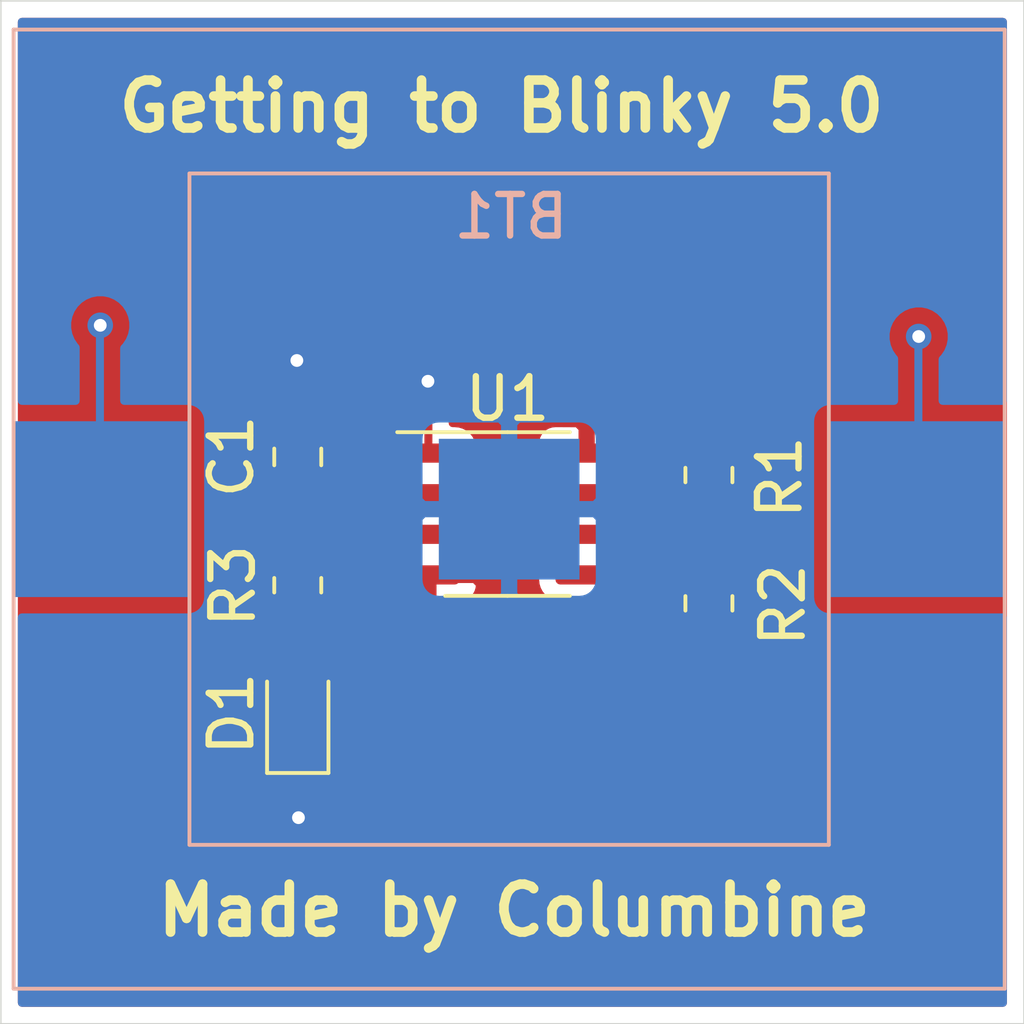
<source format=kicad_pcb>
(kicad_pcb (version 20171130) (host pcbnew "(5.1.10)-1")

  (general
    (thickness 1.6)
    (drawings 6)
    (tracks 42)
    (zones 0)
    (modules 7)
    (nets 8)
  )

  (page A4)
  (layers
    (0 F.Cu signal hide)
    (31 B.Cu signal hide)
    (32 B.Adhes user)
    (33 F.Adhes user)
    (34 B.Paste user)
    (35 F.Paste user)
    (36 B.SilkS user)
    (37 F.SilkS user)
    (38 B.Mask user)
    (39 F.Mask user)
    (40 Dwgs.User user)
    (41 Cmts.User user)
    (42 Eco1.User user)
    (43 Eco2.User user)
    (44 Edge.Cuts user)
    (45 Margin user)
    (46 B.CrtYd user)
    (47 F.CrtYd user)
    (48 B.Fab user)
    (49 F.Fab user)
  )

  (setup
    (last_trace_width 0.25)
    (trace_clearance 0.2)
    (zone_clearance 0.508)
    (zone_45_only no)
    (trace_min 0.2)
    (via_size 0.8)
    (via_drill 0.4)
    (via_min_size 0.4)
    (via_min_drill 0.3)
    (uvia_size 0.3)
    (uvia_drill 0.1)
    (uvias_allowed no)
    (uvia_min_size 0.2)
    (uvia_min_drill 0.1)
    (edge_width 0.05)
    (segment_width 0.2)
    (pcb_text_width 0.3)
    (pcb_text_size 1.5 1.5)
    (mod_edge_width 0.12)
    (mod_text_size 1.3 1.3)
    (mod_text_width 0.2)
    (pad_size 1.524 1.524)
    (pad_drill 0.762)
    (pad_to_mask_clearance 0)
    (aux_axis_origin 0 0)
    (visible_elements 7FFFFFFF)
    (pcbplotparams
      (layerselection 0x010fc_ffffffff)
      (usegerberextensions false)
      (usegerberattributes true)
      (usegerberadvancedattributes true)
      (creategerberjobfile true)
      (excludeedgelayer true)
      (linewidth 0.100000)
      (plotframeref false)
      (viasonmask false)
      (mode 1)
      (useauxorigin false)
      (hpglpennumber 1)
      (hpglpenspeed 20)
      (hpglpendiameter 15.000000)
      (psnegative false)
      (psa4output false)
      (plotreference true)
      (plotvalue true)
      (plotinvisibletext false)
      (padsonsilk false)
      (subtractmaskfromsilk false)
      (outputformat 1)
      (mirror false)
      (drillshape 1)
      (scaleselection 1)
      (outputdirectory ""))
  )

  (net 0 "")
  (net 1 GND)
  (net 2 "Net-(D1-Pad2)")
  (net 3 "Net-(R3-Pad1)")
  (net 4 "Net-(U1-Pad5)")
  (net 5 /VDD)
  (net 6 /THR)
  (net 7 /DIS)

  (net_class Default "This is the default net class."
    (clearance 0.2)
    (trace_width 0.25)
    (via_dia 0.8)
    (via_drill 0.4)
    (uvia_dia 0.3)
    (uvia_drill 0.1)
    (add_net /DIS)
    (add_net /THR)
    (add_net /VDD)
    (add_net GND)
    (add_net "Net-(D1-Pad2)")
    (add_net "Net-(R3-Pad1)")
    (add_net "Net-(U1-Pad5)")
  )

  (module Package_SO:SOIC-8_3.9x4.9mm_P1.27mm (layer F.Cu) (tedit 5D9F72B1) (tstamp 6108D9D7)
    (at 148.5392 95.4024)
    (descr "SOIC, 8 Pin (JEDEC MS-012AA, https://www.analog.com/media/en/package-pcb-resources/package/pkg_pdf/soic_narrow-r/r_8.pdf), generated with kicad-footprint-generator ipc_gullwing_generator.py")
    (tags "SOIC SO")
    (path /6104BC2C)
    (attr smd)
    (fp_text reference U1 (at 0 -3.6024) (layer F.SilkS)
      (effects (font (size 1.3 1.3) (thickness 0.2)))
    )
    (fp_text value 7555 (at 0 3.4) (layer F.Fab) hide
      (effects (font (size 1 1) (thickness 0.15)))
    )
    (fp_line (start 0 2.56) (end 1.95 2.56) (layer F.SilkS) (width 0.12))
    (fp_line (start 0 2.56) (end -1.95 2.56) (layer F.SilkS) (width 0.12))
    (fp_line (start 0 -2.56) (end 1.95 -2.56) (layer F.SilkS) (width 0.12))
    (fp_line (start 0 -2.56) (end -3.45 -2.56) (layer F.SilkS) (width 0.12))
    (fp_line (start -0.975 -2.45) (end 1.95 -2.45) (layer F.Fab) (width 0.1))
    (fp_line (start 1.95 -2.45) (end 1.95 2.45) (layer F.Fab) (width 0.1))
    (fp_line (start 1.95 2.45) (end -1.95 2.45) (layer F.Fab) (width 0.1))
    (fp_line (start -1.95 2.45) (end -1.95 -1.475) (layer F.Fab) (width 0.1))
    (fp_line (start -1.95 -1.475) (end -0.975 -2.45) (layer F.Fab) (width 0.1))
    (fp_line (start -3.7 -2.7) (end -3.7 2.7) (layer F.CrtYd) (width 0.05))
    (fp_line (start -3.7 2.7) (end 3.7 2.7) (layer F.CrtYd) (width 0.05))
    (fp_line (start 3.7 2.7) (end 3.7 -2.7) (layer F.CrtYd) (width 0.05))
    (fp_line (start 3.7 -2.7) (end -3.7 -2.7) (layer F.CrtYd) (width 0.05))
    (fp_text user %R (at 0 0) (layer F.Fab) hide
      (effects (font (size 1 1) (thickness 0.15)))
    )
    (pad 8 smd roundrect (at 2.475 -1.905) (size 1.95 0.6) (layers F.Cu F.Paste F.Mask) (roundrect_rratio 0.25)
      (net 5 /VDD))
    (pad 7 smd roundrect (at 2.475 -0.635) (size 1.95 0.6) (layers F.Cu F.Paste F.Mask) (roundrect_rratio 0.25)
      (net 7 /DIS))
    (pad 6 smd roundrect (at 2.475 0.635) (size 1.95 0.6) (layers F.Cu F.Paste F.Mask) (roundrect_rratio 0.25)
      (net 6 /THR))
    (pad 5 smd roundrect (at 2.475 1.905) (size 1.95 0.6) (layers F.Cu F.Paste F.Mask) (roundrect_rratio 0.25)
      (net 4 "Net-(U1-Pad5)"))
    (pad 4 smd roundrect (at -2.475 1.905) (size 1.95 0.6) (layers F.Cu F.Paste F.Mask) (roundrect_rratio 0.25)
      (net 5 /VDD))
    (pad 3 smd roundrect (at -2.475 0.635) (size 1.95 0.6) (layers F.Cu F.Paste F.Mask) (roundrect_rratio 0.25)
      (net 3 "Net-(R3-Pad1)"))
    (pad 2 smd roundrect (at -2.475 -0.635) (size 1.95 0.6) (layers F.Cu F.Paste F.Mask) (roundrect_rratio 0.25)
      (net 6 /THR))
    (pad 1 smd roundrect (at -2.475 -1.905) (size 1.95 0.6) (layers F.Cu F.Paste F.Mask) (roundrect_rratio 0.25)
      (net 1 GND))
    (model ${KISYS3DMOD}/Package_SO.3dshapes/SOIC-8_3.9x4.9mm_P1.27mm.wrl
      (at (xyz 0 0 0))
      (scale (xyz 1 1 1))
      (rotate (xyz 0 0 0))
    )
  )

  (module Resistor_SMD:R_0805_2012Metric_Pad1.20x1.40mm_HandSolder (layer F.Cu) (tedit 5F68FEEE) (tstamp 6108D9BD)
    (at 141.978 97.6296 270)
    (descr "Resistor SMD 0805 (2012 Metric), square (rectangular) end terminal, IPC_7351 nominal with elongated pad for handsoldering. (Body size source: IPC-SM-782 page 72, https://www.pcb-3d.com/wordpress/wp-content/uploads/ipc-sm-782a_amendment_1_and_2.pdf), generated with kicad-footprint-generator")
    (tags "resistor handsolder")
    (path /6104DEDA)
    (attr smd)
    (fp_text reference R3 (at 0.0204 2.028 90) (layer F.SilkS)
      (effects (font (size 1.3 1.3) (thickness 0.2)))
    )
    (fp_text value 1K (at -0.0296 -1.822 90) (layer F.Fab) hide
      (effects (font (size 1 1) (thickness 0.15)))
    )
    (fp_line (start 1.85 0.95) (end -1.85 0.95) (layer F.CrtYd) (width 0.05))
    (fp_line (start 1.85 -0.95) (end 1.85 0.95) (layer F.CrtYd) (width 0.05))
    (fp_line (start -1.85 -0.95) (end 1.85 -0.95) (layer F.CrtYd) (width 0.05))
    (fp_line (start -1.85 0.95) (end -1.85 -0.95) (layer F.CrtYd) (width 0.05))
    (fp_line (start -0.227064 0.735) (end 0.227064 0.735) (layer F.SilkS) (width 0.12))
    (fp_line (start -0.227064 -0.735) (end 0.227064 -0.735) (layer F.SilkS) (width 0.12))
    (fp_line (start 1 0.625) (end -1 0.625) (layer F.Fab) (width 0.1))
    (fp_line (start 1 -0.625) (end 1 0.625) (layer F.Fab) (width 0.1))
    (fp_line (start -1 -0.625) (end 1 -0.625) (layer F.Fab) (width 0.1))
    (fp_line (start -1 0.625) (end -1 -0.625) (layer F.Fab) (width 0.1))
    (fp_text user %R (at 0 0 90) (layer F.Fab) hide
      (effects (font (size 1 1) (thickness 0.15)))
    )
    (pad 1 smd roundrect (at -1 0 270) (size 1.2 1.4) (layers F.Cu F.Paste F.Mask) (roundrect_rratio 0.208333)
      (net 3 "Net-(R3-Pad1)"))
    (pad 2 smd roundrect (at 1 0 270) (size 1.2 1.4) (layers F.Cu F.Paste F.Mask) (roundrect_rratio 0.208333)
      (net 2 "Net-(D1-Pad2)"))
    (model ${KISYS3DMOD}/Resistor_SMD.3dshapes/R_0805_2012Metric.wrl
      (at (xyz 0 0 0))
      (scale (xyz 1 1 1))
      (rotate (xyz 0 0 0))
    )
  )

  (module Resistor_SMD:R_0805_2012Metric_Pad1.20x1.40mm_HandSolder (layer F.Cu) (tedit 5F68FEEE) (tstamp 6114AA62)
    (at 154.8384 98.1964 270)
    (descr "Resistor SMD 0805 (2012 Metric), square (rectangular) end terminal, IPC_7351 nominal with elongated pad for handsoldering. (Body size source: IPC-SM-782 page 72, https://www.pcb-3d.com/wordpress/wp-content/uploads/ipc-sm-782a_amendment_1_and_2.pdf), generated with kicad-footprint-generator")
    (tags "resistor handsolder")
    (path /6104DAD0)
    (attr smd)
    (fp_text reference R2 (at 0.0536 -2.3116 90) (layer F.SilkS)
      (effects (font (size 1.3 1.3) (thickness 0.2)))
    )
    (fp_text value 470K (at 0 1.65 90) (layer F.Fab) hide
      (effects (font (size 1 1) (thickness 0.15)))
    )
    (fp_line (start -1 0.625) (end -1 -0.625) (layer F.Fab) (width 0.1))
    (fp_line (start -1 -0.625) (end 1 -0.625) (layer F.Fab) (width 0.1))
    (fp_line (start 1 -0.625) (end 1 0.625) (layer F.Fab) (width 0.1))
    (fp_line (start 1 0.625) (end -1 0.625) (layer F.Fab) (width 0.1))
    (fp_line (start -0.227064 -0.735) (end 0.227064 -0.735) (layer F.SilkS) (width 0.12))
    (fp_line (start -0.227064 0.735) (end 0.227064 0.735) (layer F.SilkS) (width 0.12))
    (fp_line (start -1.85 0.95) (end -1.85 -0.95) (layer F.CrtYd) (width 0.05))
    (fp_line (start -1.85 -0.95) (end 1.85 -0.95) (layer F.CrtYd) (width 0.05))
    (fp_line (start 1.85 -0.95) (end 1.85 0.95) (layer F.CrtYd) (width 0.05))
    (fp_line (start 1.85 0.95) (end -1.85 0.95) (layer F.CrtYd) (width 0.05))
    (fp_text user %R (at 0 0 90) (layer F.Fab) hide
      (effects (font (size 1 1) (thickness 0.15)))
    )
    (pad 2 smd roundrect (at 1 0 270) (size 1.2 1.4) (layers F.Cu F.Paste F.Mask) (roundrect_rratio 0.208333)
      (net 6 /THR))
    (pad 1 smd roundrect (at -1 0 270) (size 1.2 1.4) (layers F.Cu F.Paste F.Mask) (roundrect_rratio 0.208333)
      (net 7 /DIS))
    (model ${KISYS3DMOD}/Resistor_SMD.3dshapes/R_0805_2012Metric.wrl
      (at (xyz 0 0 0))
      (scale (xyz 1 1 1))
      (rotate (xyz 0 0 0))
    )
  )

  (module Resistor_SMD:R_0805_2012Metric_Pad1.20x1.40mm_HandSolder (layer F.Cu) (tedit 5F68FEEE) (tstamp 6108D99B)
    (at 154.8384 94.1832 270)
    (descr "Resistor SMD 0805 (2012 Metric), square (rectangular) end terminal, IPC_7351 nominal with elongated pad for handsoldering. (Body size source: IPC-SM-782 page 72, https://www.pcb-3d.com/wordpress/wp-content/uploads/ipc-sm-782a_amendment_1_and_2.pdf), generated with kicad-footprint-generator")
    (tags "resistor handsolder")
    (path /6104D71F)
    (attr smd)
    (fp_text reference R1 (at 0.0668 -2.2116 90) (layer F.SilkS)
      (effects (font (size 1.3 1.3) (thickness 0.2)))
    )
    (fp_text value 1K (at 0 1.65 90) (layer F.Fab) hide
      (effects (font (size 1 1) (thickness 0.15)))
    )
    (fp_line (start -1 0.625) (end -1 -0.625) (layer F.Fab) (width 0.1))
    (fp_line (start -1 -0.625) (end 1 -0.625) (layer F.Fab) (width 0.1))
    (fp_line (start 1 -0.625) (end 1 0.625) (layer F.Fab) (width 0.1))
    (fp_line (start 1 0.625) (end -1 0.625) (layer F.Fab) (width 0.1))
    (fp_line (start -0.227064 -0.735) (end 0.227064 -0.735) (layer F.SilkS) (width 0.12))
    (fp_line (start -0.227064 0.735) (end 0.227064 0.735) (layer F.SilkS) (width 0.12))
    (fp_line (start -1.85 0.95) (end -1.85 -0.95) (layer F.CrtYd) (width 0.05))
    (fp_line (start -1.85 -0.95) (end 1.85 -0.95) (layer F.CrtYd) (width 0.05))
    (fp_line (start 1.85 -0.95) (end 1.85 0.95) (layer F.CrtYd) (width 0.05))
    (fp_line (start 1.85 0.95) (end -1.85 0.95) (layer F.CrtYd) (width 0.05))
    (fp_text user %R (at 0 -0.0508 90) (layer F.Fab) hide
      (effects (font (size 1 1) (thickness 0.15)))
    )
    (pad 2 smd roundrect (at 1 0 270) (size 1.2 1.4) (layers F.Cu F.Paste F.Mask) (roundrect_rratio 0.208333)
      (net 7 /DIS))
    (pad 1 smd roundrect (at -1 0 270) (size 1.2 1.4) (layers F.Cu F.Paste F.Mask) (roundrect_rratio 0.208333)
      (net 5 /VDD))
    (model ${KISYS3DMOD}/Resistor_SMD.3dshapes/R_0805_2012Metric.wrl
      (at (xyz 0 0 0))
      (scale (xyz 1 1 1))
      (rotate (xyz 0 0 0))
    )
  )

  (module LED_SMD:LED_0805_2012Metric_Pad1.15x1.40mm_HandSolder (layer F.Cu) (tedit 5F68FEF1) (tstamp 6108D98A)
    (at 141.978 101.6428 90)
    (descr "LED SMD 0805 (2012 Metric), square (rectangular) end terminal, IPC_7351 nominal, (Body size source: https://docs.google.com/spreadsheets/d/1BsfQQcO9C6DZCsRaXUlFlo91Tg2WpOkGARC1WS5S8t0/edit?usp=sharing), generated with kicad-footprint-generator")
    (tags "LED handsolder")
    (path /6104EB19)
    (attr smd)
    (fp_text reference D1 (at -0.0072 -2.078 90) (layer F.SilkS)
      (effects (font (size 1.3 1.3) (thickness 0.2)))
    )
    (fp_text value LED (at -0.0072 1.872 90) (layer F.Fab) hide
      (effects (font (size 1 1) (thickness 0.15)))
    )
    (fp_line (start 1 -0.6) (end -0.7 -0.6) (layer F.Fab) (width 0.1))
    (fp_line (start -0.7 -0.6) (end -1 -0.3) (layer F.Fab) (width 0.1))
    (fp_line (start -1 -0.3) (end -1 0.6) (layer F.Fab) (width 0.1))
    (fp_line (start -1 0.6) (end 1 0.6) (layer F.Fab) (width 0.1))
    (fp_line (start 1 0.6) (end 1 -0.6) (layer F.Fab) (width 0.1))
    (fp_line (start 1 -0.96) (end -1.86 -0.96) (layer F.SilkS) (width 0.12))
    (fp_line (start -1.86 -0.96) (end -1.86 0.96) (layer F.SilkS) (width 0.12))
    (fp_line (start -1.86 0.96) (end 1 0.96) (layer F.SilkS) (width 0.12))
    (fp_line (start -1.85 0.95) (end -1.85 -0.95) (layer F.CrtYd) (width 0.05))
    (fp_line (start -1.85 -0.95) (end 1.85 -0.95) (layer F.CrtYd) (width 0.05))
    (fp_line (start 1.85 -0.95) (end 1.85 0.95) (layer F.CrtYd) (width 0.05))
    (fp_line (start 1.85 0.95) (end -1.85 0.95) (layer F.CrtYd) (width 0.05))
    (fp_text user %R (at 0 0 90) (layer F.Fab) hide
      (effects (font (size 1 1) (thickness 0.15)))
    )
    (pad 2 smd roundrect (at 1.025 0 90) (size 1.15 1.4) (layers F.Cu F.Paste F.Mask) (roundrect_rratio 0.217391)
      (net 2 "Net-(D1-Pad2)"))
    (pad 1 smd roundrect (at -1.025 0 90) (size 1.15 1.4) (layers F.Cu F.Paste F.Mask) (roundrect_rratio 0.217391)
      (net 1 GND))
    (model ${KISYS3DMOD}/LED_SMD.3dshapes/LED_0805_2012Metric.wrl
      (at (xyz 0 0 0))
      (scale (xyz 1 1 1))
      (rotate (xyz 0 0 0))
    )
  )

  (module Capacitor_SMD:C_0805_2012Metric_Pad1.18x1.45mm_HandSolder (layer F.Cu) (tedit 5F68FEEF) (tstamp 6108D977)
    (at 141.978 93.6164 90)
    (descr "Capacitor SMD 0805 (2012 Metric), square (rectangular) end terminal, IPC_7351 nominal with elongated pad for handsoldering. (Body size source: IPC-SM-782 page 76, https://www.pcb-3d.com/wordpress/wp-content/uploads/ipc-sm-782a_amendment_1_and_2.pdf, https://docs.google.com/spreadsheets/d/1BsfQQcO9C6DZCsRaXUlFlo91Tg2WpOkGARC1WS5S8t0/edit?usp=sharing), generated with kicad-footprint-generator")
    (tags "capacitor handsolder")
    (path /6104E3AA)
    (attr smd)
    (fp_text reference C1 (at 0.0164 -2.078 90) (layer F.SilkS)
      (effects (font (size 1.3 1.3) (thickness 0.2)))
    )
    (fp_text value 1U (at 0.0164 1.772 90) (layer F.Fab) hide
      (effects (font (size 1 1) (thickness 0.15)))
    )
    (fp_line (start -1 0.625) (end -1 -0.625) (layer F.Fab) (width 0.1))
    (fp_line (start -1 -0.625) (end 1 -0.625) (layer F.Fab) (width 0.1))
    (fp_line (start 1 -0.625) (end 1 0.625) (layer F.Fab) (width 0.1))
    (fp_line (start 1 0.625) (end -1 0.625) (layer F.Fab) (width 0.1))
    (fp_line (start -0.261252 -0.735) (end 0.261252 -0.735) (layer F.SilkS) (width 0.12))
    (fp_line (start -0.261252 0.735) (end 0.261252 0.735) (layer F.SilkS) (width 0.12))
    (fp_line (start -1.88 0.98) (end -1.88 -0.98) (layer F.CrtYd) (width 0.05))
    (fp_line (start -1.88 -0.98) (end 1.88 -0.98) (layer F.CrtYd) (width 0.05))
    (fp_line (start 1.88 -0.98) (end 1.88 0.98) (layer F.CrtYd) (width 0.05))
    (fp_line (start 1.88 0.98) (end -1.88 0.98) (layer F.CrtYd) (width 0.05))
    (fp_text user %R (at 0.0508 -0.0508 90) (layer F.Fab) hide
      (effects (font (size 1 1) (thickness 0.15)))
    )
    (pad 2 smd roundrect (at 1.0375 0 90) (size 1.175 1.45) (layers F.Cu F.Paste F.Mask) (roundrect_rratio 0.212766)
      (net 1 GND))
    (pad 1 smd roundrect (at -1.0375 0 90) (size 1.175 1.45) (layers F.Cu F.Paste F.Mask) (roundrect_rratio 0.212766)
      (net 6 /THR))
    (model ${KISYS3DMOD}/Capacitor_SMD.3dshapes/C_0805_2012Metric.wrl
      (at (xyz 0 0 0))
      (scale (xyz 1 1 1))
      (rotate (xyz 0 0 0))
    )
  )

  (module test:S8215-46R (layer B.Cu) (tedit 6108BDA2) (tstamp 6108D966)
    (at 148.59 95.25)
    (path /6104F73D)
    (fp_text reference BT1 (at 0.06 -9.15) (layer B.SilkS)
      (effects (font (size 1.3 1.3) (thickness 0.2)) (justify mirror))
    )
    (fp_text value CR2932 (at -0.3175 4.0386) (layer B.Fab) hide
      (effects (font (size 1 1) (thickness 0.15)) (justify mirror))
    )
    (fp_line (start -10 10.5) (end 10 10.5) (layer B.SilkS) (width 0.12))
    (fp_line (start 10 10.5) (end 10 -10.5) (layer B.SilkS) (width 0.12))
    (fp_line (start 10 -10.5) (end -10 -10.5) (layer B.SilkS) (width 0.12))
    (fp_line (start -10 -10.5) (end -10 10.5) (layer B.SilkS) (width 0.12))
    (fp_line (start -15.5 15) (end 15.5 15) (layer B.SilkS) (width 0.12))
    (fp_line (start 15.5 15) (end 15.5 -15) (layer B.SilkS) (width 0.12))
    (fp_line (start 15.5 -15) (end -15.5 -15) (layer B.SilkS) (width 0.12))
    (fp_line (start -15.5 -15) (end -15.5 15) (layer B.SilkS) (width 0.12))
    (pad 1 smd rect (at 12.8 0) (size 5.5 5.5) (layers B.Cu B.Paste B.Mask)
      (net 5 /VDD))
    (pad 2 smd rect (at 0 0) (size 4.4 4.4) (layers B.Cu B.Paste B.Mask)
      (net 1 GND))
    (pad 1 smd rect (at -12.8 0) (size 5.5 5.5) (layers B.Cu B.Paste B.Mask)
      (net 5 /VDD))
  )

  (gr_text "Made by Columbine" (at 148.75 107.8) (layer F.SilkS)
    (effects (font (size 1.5 1.5) (thickness 0.3)))
  )
  (gr_text "Getting to Blinky 5.0" (at 148.35 82.65) (layer F.SilkS)
    (effects (font (size 1.5 1.5) (thickness 0.3)))
  )
  (gr_line (start 132.6896 79.3496) (end 164.6896 79.3496) (layer Edge.Cuts) (width 0.05) (tstamp 6114A976))
  (gr_line (start 164.6936 79.3496) (end 164.6936 111.3496) (layer Edge.Cuts) (width 0.05) (tstamp 6114A96B))
  (gr_line (start 132.6896 111.3496) (end 164.6896 111.3496) (layer Edge.Cuts) (width 0.05))
  (gr_line (start 132.6896 79.3496) (end 132.6896 111.3496) (layer Edge.Cuts) (width 0.05))

  (segment (start 148.35 91.85) (end 148.35 91.25) (width 0.25) (layer F.Cu) (net 5))
  (via (at 142 104.9) (size 0.8) (drill 0.4) (layers F.Cu B.Cu) (net 1))
  (segment (start 141.978 104.878) (end 142 104.9) (width 0.25) (layer F.Cu) (net 1))
  (segment (start 141.978 102.6678) (end 141.978 104.878) (width 0.25) (layer F.Cu) (net 1))
  (via (at 141.95 90.6) (size 0.8) (drill 0.4) (layers F.Cu B.Cu) (net 1))
  (segment (start 141.978 90.628) (end 141.95 90.6) (width 0.25) (layer F.Cu) (net 1))
  (segment (start 141.978 92.5789) (end 141.978 90.628) (width 0.25) (layer F.Cu) (net 1))
  (via (at 146.05 91.25) (size 0.8) (drill 0.4) (layers F.Cu B.Cu) (net 1))
  (segment (start 146.0642 91.2642) (end 146.05 91.25) (width 0.25) (layer F.Cu) (net 1))
  (segment (start 146.0642 93.4974) (end 146.0642 91.2642) (width 0.25) (layer F.Cu) (net 1))
  (segment (start 141.978 98.6296) (end 141.978 100.6178) (width 0.25) (layer F.Cu) (net 2))
  (segment (start 141.978 96.6296) (end 143.7704 96.6296) (width 0.25) (layer F.Cu) (net 3))
  (segment (start 144.3626 96.0374) (end 146.0642 96.0374) (width 0.25) (layer F.Cu) (net 3))
  (segment (start 143.7704 96.6296) (end 144.3626 96.0374) (width 0.25) (layer F.Cu) (net 3))
  (segment (start 151.0142 93.4974) (end 152.9026 93.4974) (width 0.25) (layer F.Cu) (net 5))
  (segment (start 153.2168 93.1832) (end 154.8384 93.1832) (width 0.25) (layer F.Cu) (net 5))
  (segment (start 152.9026 93.4974) (end 153.2168 93.1832) (width 0.25) (layer F.Cu) (net 5))
  (via (at 135.8 89.5) (size 0.8) (drill 0.4) (layers F.Cu B.Cu) (net 5))
  (segment (start 135.79 89.51) (end 135.8 89.5) (width 0.25) (layer B.Cu) (net 5))
  (segment (start 135.79 95.25) (end 135.79 89.51) (width 0.25) (layer B.Cu) (net 5))
  (via (at 161.4 89.85) (size 0.8) (drill 0.4) (layers F.Cu B.Cu) (net 5))
  (segment (start 161.39 89.86) (end 161.4 89.85) (width 0.25) (layer B.Cu) (net 5))
  (segment (start 161.39 95.25) (end 161.39 89.86) (width 0.25) (layer B.Cu) (net 5))
  (segment (start 141.978 94.6539) (end 143.8539 94.6539) (width 0.25) (layer F.Cu) (net 6))
  (segment (start 143.8539 94.6539) (end 143.9674 94.7674) (width 0.25) (layer F.Cu) (net 6))
  (segment (start 151.0142 96.0374) (end 151.9892 96.0374) (width 0.25) (layer F.Cu) (net 6))
  (segment (start 154.8348 99.2) (end 154.8384 99.1964) (width 0.25) (layer F.Cu) (net 6))
  (segment (start 144.1674 94.7674) (end 144.2 94.8) (width 0.25) (layer F.Cu) (net 6))
  (segment (start 143.9674 94.7674) (end 144.1674 94.7674) (width 0.25) (layer F.Cu) (net 6))
  (segment (start 144.1674 94.7674) (end 146.0642 94.7674) (width 0.25) (layer F.Cu) (net 6))
  (segment (start 148.3092 96.0374) (end 151.0142 96.0374) (width 0.25) (layer F.Cu) (net 6))
  (segment (start 147.0392 94.7674) (end 148.3092 96.0374) (width 0.25) (layer F.Cu) (net 6))
  (segment (start 146.0642 94.7674) (end 147.0392 94.7674) (width 0.25) (layer F.Cu) (net 6))
  (segment (start 151.0142 96.0374) (end 152.5874 96.0374) (width 0.25) (layer F.Cu) (net 6))
  (segment (start 152.5874 96.0374) (end 153.05 96.5) (width 0.25) (layer F.Cu) (net 6))
  (segment (start 153.05 96.5) (end 153.05 98.35) (width 0.25) (layer F.Cu) (net 6))
  (segment (start 153.8964 99.1964) (end 154.8384 99.1964) (width 0.25) (layer F.Cu) (net 6))
  (segment (start 153.05 98.35) (end 153.8964 99.1964) (width 0.25) (layer F.Cu) (net 6))
  (segment (start 151.0142 94.7674) (end 152.8674 94.7674) (width 0.25) (layer F.Cu) (net 7))
  (segment (start 153.2832 95.1832) (end 154.8384 95.1832) (width 0.25) (layer F.Cu) (net 7))
  (segment (start 152.8674 94.7674) (end 153.2832 95.1832) (width 0.25) (layer F.Cu) (net 7))
  (segment (start 154.8384 95.1832) (end 154.8384 97.1964) (width 0.25) (layer F.Cu) (net 7))

  (zone (net 5) (net_name /VDD) (layer F.Cu) (tstamp 0) (hatch edge 0.508)
    (connect_pads (clearance 0.508))
    (min_thickness 0.254)
    (fill yes (arc_segments 32) (thermal_gap 0.508) (thermal_bridge_width 0.508))
    (polygon
      (pts
        (xy 164.75 111.4) (xy 132.6 111.4) (xy 132.7 79.35) (xy 164.75 79.3)
      )
    )
    (filled_polygon
      (pts
        (xy 164.033601 110.6896) (xy 133.3496 110.6896) (xy 133.3496 92.2414) (xy 140.614928 92.2414) (xy 140.614928 92.9164)
        (xy 140.631992 93.089654) (xy 140.682528 93.25625) (xy 140.764595 93.409786) (xy 140.875038 93.544362) (xy 140.962817 93.6164)
        (xy 140.875038 93.688438) (xy 140.764595 93.823014) (xy 140.682528 93.97655) (xy 140.631992 94.143146) (xy 140.614928 94.3164)
        (xy 140.614928 94.9914) (xy 140.631992 95.164654) (xy 140.682528 95.33125) (xy 140.764595 95.484786) (xy 140.875038 95.619362)
        (xy 140.907202 95.645758) (xy 140.900038 95.651638) (xy 140.789595 95.786213) (xy 140.707528 95.939749) (xy 140.656992 96.106345)
        (xy 140.639928 96.279599) (xy 140.639928 96.979601) (xy 140.656992 97.152855) (xy 140.707528 97.319451) (xy 140.789595 97.472987)
        (xy 140.900038 97.607562) (xy 140.926891 97.6296) (xy 140.900038 97.651638) (xy 140.789595 97.786213) (xy 140.707528 97.939749)
        (xy 140.656992 98.106345) (xy 140.639928 98.279599) (xy 140.639928 98.979601) (xy 140.656992 99.152855) (xy 140.707528 99.319451)
        (xy 140.789595 99.472987) (xy 140.900038 99.607562) (xy 140.934933 99.6362) (xy 140.900038 99.664838) (xy 140.789595 99.799413)
        (xy 140.707528 99.952949) (xy 140.656992 100.119545) (xy 140.639928 100.292799) (xy 140.639928 100.942801) (xy 140.656992 101.116055)
        (xy 140.707528 101.282651) (xy 140.789595 101.436187) (xy 140.900038 101.570762) (xy 140.987816 101.6428) (xy 140.900038 101.714838)
        (xy 140.789595 101.849413) (xy 140.707528 102.002949) (xy 140.656992 102.169545) (xy 140.639928 102.342799) (xy 140.639928 102.992801)
        (xy 140.656992 103.166055) (xy 140.707528 103.332651) (xy 140.789595 103.486187) (xy 140.900038 103.620762) (xy 141.034613 103.731205)
        (xy 141.188149 103.813272) (xy 141.218001 103.822327) (xy 141.218001 104.218288) (xy 141.196063 104.240226) (xy 141.082795 104.409744)
        (xy 141.004774 104.598102) (xy 140.965 104.798061) (xy 140.965 105.001939) (xy 141.004774 105.201898) (xy 141.082795 105.390256)
        (xy 141.196063 105.559774) (xy 141.340226 105.703937) (xy 141.509744 105.817205) (xy 141.698102 105.895226) (xy 141.898061 105.935)
        (xy 142.101939 105.935) (xy 142.301898 105.895226) (xy 142.490256 105.817205) (xy 142.659774 105.703937) (xy 142.803937 105.559774)
        (xy 142.917205 105.390256) (xy 142.995226 105.201898) (xy 143.035 105.001939) (xy 143.035 104.798061) (xy 142.995226 104.598102)
        (xy 142.917205 104.409744) (xy 142.803937 104.240226) (xy 142.738 104.174289) (xy 142.738 103.822327) (xy 142.767851 103.813272)
        (xy 142.921387 103.731205) (xy 143.055962 103.620762) (xy 143.166405 103.486187) (xy 143.248472 103.332651) (xy 143.299008 103.166055)
        (xy 143.316072 102.992801) (xy 143.316072 102.342799) (xy 143.299008 102.169545) (xy 143.248472 102.002949) (xy 143.166405 101.849413)
        (xy 143.055962 101.714838) (xy 142.968184 101.6428) (xy 143.055962 101.570762) (xy 143.166405 101.436187) (xy 143.248472 101.282651)
        (xy 143.299008 101.116055) (xy 143.316072 100.942801) (xy 143.316072 100.292799) (xy 143.299008 100.119545) (xy 143.248472 99.952949)
        (xy 143.166405 99.799413) (xy 143.055962 99.664838) (xy 143.021067 99.6362) (xy 143.055962 99.607562) (xy 143.166405 99.472987)
        (xy 143.248472 99.319451) (xy 143.299008 99.152855) (xy 143.316072 98.979601) (xy 143.316072 98.279599) (xy 143.299008 98.106345)
        (xy 143.248472 97.939749) (xy 143.166405 97.786213) (xy 143.055962 97.651638) (xy 143.029109 97.6296) (xy 143.055962 97.607562)
        (xy 143.056094 97.6074) (xy 144.451128 97.6074) (xy 144.463388 97.731882) (xy 144.499698 97.85158) (xy 144.558663 97.961894)
        (xy 144.638015 98.058585) (xy 144.734706 98.137937) (xy 144.84502 98.196902) (xy 144.964718 98.233212) (xy 145.0892 98.245472)
        (xy 145.77845 98.2424) (xy 145.9372 98.08365) (xy 145.9372 97.4344) (xy 146.1912 97.4344) (xy 146.1912 98.08365)
        (xy 146.34995 98.2424) (xy 147.0392 98.245472) (xy 147.163682 98.233212) (xy 147.28338 98.196902) (xy 147.393694 98.137937)
        (xy 147.490385 98.058585) (xy 147.569737 97.961894) (xy 147.628702 97.85158) (xy 147.665012 97.731882) (xy 147.677272 97.6074)
        (xy 147.6742 97.59315) (xy 147.51545 97.4344) (xy 146.1912 97.4344) (xy 145.9372 97.4344) (xy 144.61295 97.4344)
        (xy 144.4542 97.59315) (xy 144.451128 97.6074) (xy 143.056094 97.6074) (xy 143.166405 97.472987) (xy 143.210976 97.3896)
        (xy 143.733078 97.3896) (xy 143.7704 97.393276) (xy 143.807722 97.3896) (xy 143.807733 97.3896) (xy 143.919386 97.378603)
        (xy 144.062647 97.335146) (xy 144.194676 97.264574) (xy 144.310401 97.169601) (xy 144.334203 97.140598) (xy 144.454014 97.020787)
        (xy 144.4542 97.02165) (xy 144.61295 97.1804) (xy 145.9372 97.1804) (xy 145.9372 97.1604) (xy 146.1912 97.1604)
        (xy 146.1912 97.1804) (xy 147.51545 97.1804) (xy 147.6742 97.02165) (xy 147.677272 97.0074) (xy 147.665012 96.882918)
        (xy 147.628702 96.76322) (xy 147.569737 96.652906) (xy 147.54547 96.623336) (xy 147.617284 96.488982) (xy 147.633272 96.436274)
        (xy 147.7454 96.548402) (xy 147.769199 96.577401) (xy 147.884924 96.672374) (xy 148.016953 96.742946) (xy 148.160214 96.786403)
        (xy 148.271867 96.7974) (xy 148.271876 96.7974) (xy 148.309199 96.801076) (xy 148.346522 96.7974) (xy 149.492341 96.7974)
        (xy 149.461116 96.855818) (xy 149.416271 97.003655) (xy 149.401128 97.1574) (xy 149.401128 97.4574) (xy 149.416271 97.611145)
        (xy 149.461116 97.758982) (xy 149.533942 97.895229) (xy 149.631949 98.014651) (xy 149.751371 98.112658) (xy 149.887618 98.185484)
        (xy 150.035455 98.230329) (xy 150.1892 98.245472) (xy 151.8392 98.245472) (xy 151.992945 98.230329) (xy 152.140782 98.185484)
        (xy 152.240001 98.13245) (xy 152.240001 99.162657) (xy 152.236323 99.2) (xy 152.250997 99.348986) (xy 152.294454 99.492247)
        (xy 152.365026 99.624276) (xy 152.459999 99.740001) (xy 152.575724 99.834974) (xy 152.707753 99.905546) (xy 152.851014 99.949003)
        (xy 152.962667 99.96) (xy 153 99.963677) (xy 153.037333 99.96) (xy 153.607348 99.96) (xy 153.649995 100.039787)
        (xy 153.760438 100.174362) (xy 153.895013 100.284805) (xy 154.048549 100.366872) (xy 154.215145 100.417408) (xy 154.388399 100.434472)
        (xy 155.288401 100.434472) (xy 155.461655 100.417408) (xy 155.628251 100.366872) (xy 155.781787 100.284805) (xy 155.916362 100.174362)
        (xy 156.026805 100.039787) (xy 156.108872 99.886251) (xy 156.159408 99.719655) (xy 156.176472 99.546401) (xy 156.176472 98.846399)
        (xy 156.159408 98.673145) (xy 156.108872 98.506549) (xy 156.026805 98.353013) (xy 155.916362 98.218438) (xy 155.889509 98.1964)
        (xy 155.916362 98.174362) (xy 156.026805 98.039787) (xy 156.108872 97.886251) (xy 156.159408 97.719655) (xy 156.176472 97.546401)
        (xy 156.176472 96.846399) (xy 156.159408 96.673145) (xy 156.108872 96.506549) (xy 156.026805 96.353013) (xy 155.916362 96.218438)
        (xy 155.881467 96.1898) (xy 155.916362 96.161162) (xy 156.026805 96.026587) (xy 156.108872 95.873051) (xy 156.159408 95.706455)
        (xy 156.176472 95.533201) (xy 156.176472 94.833199) (xy 156.159408 94.659945) (xy 156.108872 94.493349) (xy 156.026805 94.339813)
        (xy 155.960124 94.258563) (xy 155.989585 94.234385) (xy 156.068937 94.137694) (xy 156.127902 94.02738) (xy 156.164212 93.907682)
        (xy 156.176472 93.7832) (xy 156.1734 93.46895) (xy 156.01465 93.3102) (xy 154.9654 93.3102) (xy 154.9654 93.3302)
        (xy 154.7114 93.3302) (xy 154.7114 93.3102) (xy 153.66215 93.3102) (xy 153.5034 93.46895) (xy 153.500328 93.7832)
        (xy 153.512588 93.907682) (xy 153.548898 94.02738) (xy 153.607863 94.137694) (xy 153.687215 94.234385) (xy 153.716676 94.258563)
        (xy 153.649995 94.339813) (xy 153.605424 94.4232) (xy 153.598001 94.4232) (xy 153.431204 94.256403) (xy 153.407401 94.227399)
        (xy 153.291676 94.132426) (xy 153.159647 94.061854) (xy 153.016386 94.018397) (xy 152.904733 94.0074) (xy 152.904722 94.0074)
        (xy 152.8674 94.003724) (xy 152.830078 94.0074) (xy 152.58907 94.0074) (xy 152.615012 93.921882) (xy 152.627272 93.7974)
        (xy 152.6242 93.78315) (xy 152.46545 93.6244) (xy 151.1412 93.6244) (xy 151.1412 93.6444) (xy 150.8872 93.6444)
        (xy 150.8872 93.6244) (xy 149.56295 93.6244) (xy 149.4042 93.78315) (xy 149.401128 93.7974) (xy 149.413388 93.921882)
        (xy 149.449698 94.04158) (xy 149.508663 94.151894) (xy 149.53293 94.181464) (xy 149.461116 94.315818) (xy 149.416271 94.463655)
        (xy 149.401128 94.6174) (xy 149.401128 94.9174) (xy 149.416271 95.071145) (xy 149.461116 95.218982) (xy 149.492341 95.2774)
        (xy 148.624002 95.2774) (xy 147.603004 94.256403) (xy 147.579201 94.227399) (xy 147.56285 94.21398) (xy 147.544458 94.179571)
        (xy 147.505746 94.1324) (xy 147.544458 94.085229) (xy 147.617284 93.948982) (xy 147.662129 93.801145) (xy 147.677272 93.6474)
        (xy 147.677272 93.3474) (xy 147.662498 93.1974) (xy 149.401128 93.1974) (xy 149.4042 93.21165) (xy 149.56295 93.3704)
        (xy 150.8872 93.3704) (xy 150.8872 92.72115) (xy 151.1412 92.72115) (xy 151.1412 93.3704) (xy 152.46545 93.3704)
        (xy 152.6242 93.21165) (xy 152.627272 93.1974) (xy 152.615012 93.072918) (xy 152.578702 92.95322) (xy 152.519737 92.842906)
        (xy 152.440385 92.746215) (xy 152.343694 92.666863) (xy 152.23338 92.607898) (xy 152.151962 92.5832) (xy 153.500328 92.5832)
        (xy 153.5034 92.89745) (xy 153.66215 93.0562) (xy 154.7114 93.0562) (xy 154.7114 92.10695) (xy 154.9654 92.10695)
        (xy 154.9654 93.0562) (xy 156.01465 93.0562) (xy 156.1734 92.89745) (xy 156.176472 92.5832) (xy 156.164212 92.458718)
        (xy 156.127902 92.33902) (xy 156.068937 92.228706) (xy 155.989585 92.132015) (xy 155.892894 92.052663) (xy 155.78258 91.993698)
        (xy 155.662882 91.957388) (xy 155.5384 91.945128) (xy 155.12415 91.9482) (xy 154.9654 92.10695) (xy 154.7114 92.10695)
        (xy 154.55265 91.9482) (xy 154.1384 91.945128) (xy 154.013918 91.957388) (xy 153.89422 91.993698) (xy 153.783906 92.052663)
        (xy 153.687215 92.132015) (xy 153.607863 92.228706) (xy 153.548898 92.33902) (xy 153.512588 92.458718) (xy 153.500328 92.5832)
        (xy 152.151962 92.5832) (xy 152.113682 92.571588) (xy 151.9892 92.559328) (xy 151.29995 92.5624) (xy 151.1412 92.72115)
        (xy 150.8872 92.72115) (xy 150.72845 92.5624) (xy 150.0392 92.559328) (xy 149.914718 92.571588) (xy 149.79502 92.607898)
        (xy 149.684706 92.666863) (xy 149.588015 92.746215) (xy 149.508663 92.842906) (xy 149.449698 92.95322) (xy 149.413388 93.072918)
        (xy 149.401128 93.1974) (xy 147.662498 93.1974) (xy 147.662129 93.193655) (xy 147.617284 93.045818) (xy 147.544458 92.909571)
        (xy 147.446451 92.790149) (xy 147.327029 92.692142) (xy 147.190782 92.619316) (xy 147.042945 92.574471) (xy 146.8892 92.559328)
        (xy 146.8242 92.559328) (xy 146.8242 91.939511) (xy 146.853937 91.909774) (xy 146.967205 91.740256) (xy 147.045226 91.551898)
        (xy 147.085 91.351939) (xy 147.085 91.148061) (xy 147.045226 90.948102) (xy 146.967205 90.759744) (xy 146.853937 90.590226)
        (xy 146.709774 90.446063) (xy 146.540256 90.332795) (xy 146.351898 90.254774) (xy 146.151939 90.215) (xy 145.948061 90.215)
        (xy 145.748102 90.254774) (xy 145.559744 90.332795) (xy 145.390226 90.446063) (xy 145.246063 90.590226) (xy 145.132795 90.759744)
        (xy 145.054774 90.948102) (xy 145.015 91.148061) (xy 145.015 91.351939) (xy 145.054774 91.551898) (xy 145.132795 91.740256)
        (xy 145.246063 91.909774) (xy 145.304201 91.967912) (xy 145.3042 92.559328) (xy 145.2392 92.559328) (xy 145.085455 92.574471)
        (xy 144.937618 92.619316) (xy 144.801371 92.692142) (xy 144.681949 92.790149) (xy 144.583942 92.909571) (xy 144.511116 93.045818)
        (xy 144.466271 93.193655) (xy 144.451128 93.3474) (xy 144.451128 93.6474) (xy 144.466271 93.801145) (xy 144.511116 93.948982)
        (xy 144.542341 94.0074) (xy 144.256613 94.0074) (xy 144.146147 93.948354) (xy 144.002886 93.904897) (xy 143.891233 93.8939)
        (xy 143.891222 93.8939) (xy 143.8539 93.890224) (xy 143.816578 93.8939) (xy 143.229294 93.8939) (xy 143.191405 93.823014)
        (xy 143.080962 93.688438) (xy 142.993183 93.6164) (xy 143.080962 93.544362) (xy 143.191405 93.409786) (xy 143.273472 93.25625)
        (xy 143.324008 93.089654) (xy 143.341072 92.9164) (xy 143.341072 92.2414) (xy 143.324008 92.068146) (xy 143.273472 91.90155)
        (xy 143.191405 91.748014) (xy 143.080962 91.613438) (xy 142.946386 91.502995) (xy 142.79285 91.420928) (xy 142.738 91.40429)
        (xy 142.738 91.275711) (xy 142.753937 91.259774) (xy 142.867205 91.090256) (xy 142.945226 90.901898) (xy 142.985 90.701939)
        (xy 142.985 90.498061) (xy 142.945226 90.298102) (xy 142.867205 90.109744) (xy 142.753937 89.940226) (xy 142.609774 89.796063)
        (xy 142.440256 89.682795) (xy 142.251898 89.604774) (xy 142.051939 89.565) (xy 141.848061 89.565) (xy 141.648102 89.604774)
        (xy 141.459744 89.682795) (xy 141.290226 89.796063) (xy 141.146063 89.940226) (xy 141.032795 90.109744) (xy 140.954774 90.298102)
        (xy 140.915 90.498061) (xy 140.915 90.701939) (xy 140.954774 90.901898) (xy 141.032795 91.090256) (xy 141.146063 91.259774)
        (xy 141.218001 91.331712) (xy 141.218001 91.404289) (xy 141.16315 91.420928) (xy 141.009614 91.502995) (xy 140.875038 91.613438)
        (xy 140.764595 91.748014) (xy 140.682528 91.90155) (xy 140.631992 92.068146) (xy 140.614928 92.2414) (xy 133.3496 92.2414)
        (xy 133.3496 80.0096) (xy 164.0336 80.0096)
      )
    )
  )
  (zone (net 1) (net_name GND) (layer B.Cu) (tstamp 61158C7E) (hatch edge 0.508)
    (connect_pads (clearance 0.508))
    (min_thickness 0.254)
    (fill yes (arc_segments 32) (thermal_gap 0.508) (thermal_bridge_width 0.508))
    (polygon
      (pts
        (xy 164.785685 111.463059) (xy 132.635685 111.463059) (xy 132.735685 79.413059) (xy 164.785685 79.363059)
      )
    )
    (filled_polygon
      (pts
        (xy 164.0336 91.861928) (xy 162.15 91.861928) (xy 162.15 90.563711) (xy 162.203937 90.509774) (xy 162.317205 90.340256)
        (xy 162.395226 90.151898) (xy 162.435 89.951939) (xy 162.435 89.748061) (xy 162.395226 89.548102) (xy 162.317205 89.359744)
        (xy 162.203937 89.190226) (xy 162.059774 89.046063) (xy 161.890256 88.932795) (xy 161.701898 88.854774) (xy 161.501939 88.815)
        (xy 161.298061 88.815) (xy 161.098102 88.854774) (xy 160.909744 88.932795) (xy 160.740226 89.046063) (xy 160.596063 89.190226)
        (xy 160.482795 89.359744) (xy 160.404774 89.548102) (xy 160.365 89.748061) (xy 160.365 89.951939) (xy 160.404774 90.151898)
        (xy 160.482795 90.340256) (xy 160.596063 90.509774) (xy 160.630001 90.543712) (xy 160.630001 91.861928) (xy 158.64 91.861928)
        (xy 158.515518 91.874188) (xy 158.39582 91.910498) (xy 158.285506 91.969463) (xy 158.188815 92.048815) (xy 158.109463 92.145506)
        (xy 158.050498 92.25582) (xy 158.014188 92.375518) (xy 158.001928 92.5) (xy 158.001928 98) (xy 158.014188 98.124482)
        (xy 158.050498 98.24418) (xy 158.109463 98.354494) (xy 158.188815 98.451185) (xy 158.285506 98.530537) (xy 158.39582 98.589502)
        (xy 158.515518 98.625812) (xy 158.64 98.638072) (xy 164.033601 98.638072) (xy 164.033601 110.6896) (xy 133.3496 110.6896)
        (xy 133.3496 98.638072) (xy 138.54 98.638072) (xy 138.664482 98.625812) (xy 138.78418 98.589502) (xy 138.894494 98.530537)
        (xy 138.991185 98.451185) (xy 139.070537 98.354494) (xy 139.129502 98.24418) (xy 139.165812 98.124482) (xy 139.178072 98)
        (xy 139.178072 97.45) (xy 145.751928 97.45) (xy 145.764188 97.574482) (xy 145.800498 97.69418) (xy 145.859463 97.804494)
        (xy 145.938815 97.901185) (xy 146.035506 97.980537) (xy 146.14582 98.039502) (xy 146.265518 98.075812) (xy 146.39 98.088072)
        (xy 148.30425 98.085) (xy 148.463 97.92625) (xy 148.463 95.377) (xy 148.717 95.377) (xy 148.717 97.92625)
        (xy 148.87575 98.085) (xy 150.79 98.088072) (xy 150.914482 98.075812) (xy 151.03418 98.039502) (xy 151.144494 97.980537)
        (xy 151.241185 97.901185) (xy 151.320537 97.804494) (xy 151.379502 97.69418) (xy 151.415812 97.574482) (xy 151.428072 97.45)
        (xy 151.425 95.53575) (xy 151.26625 95.377) (xy 148.717 95.377) (xy 148.463 95.377) (xy 145.91375 95.377)
        (xy 145.755 95.53575) (xy 145.751928 97.45) (xy 139.178072 97.45) (xy 139.178072 93.05) (xy 145.751928 93.05)
        (xy 145.755 94.96425) (xy 145.91375 95.123) (xy 148.463 95.123) (xy 148.463 92.57375) (xy 148.717 92.57375)
        (xy 148.717 95.123) (xy 151.26625 95.123) (xy 151.425 94.96425) (xy 151.428072 93.05) (xy 151.415812 92.925518)
        (xy 151.379502 92.80582) (xy 151.320537 92.695506) (xy 151.241185 92.598815) (xy 151.144494 92.519463) (xy 151.03418 92.460498)
        (xy 150.914482 92.424188) (xy 150.79 92.411928) (xy 148.87575 92.415) (xy 148.717 92.57375) (xy 148.463 92.57375)
        (xy 148.30425 92.415) (xy 146.39 92.411928) (xy 146.265518 92.424188) (xy 146.14582 92.460498) (xy 146.035506 92.519463)
        (xy 145.938815 92.598815) (xy 145.859463 92.695506) (xy 145.800498 92.80582) (xy 145.764188 92.925518) (xy 145.751928 93.05)
        (xy 139.178072 93.05) (xy 139.178072 92.5) (xy 139.165812 92.375518) (xy 139.129502 92.25582) (xy 139.070537 92.145506)
        (xy 138.991185 92.048815) (xy 138.894494 91.969463) (xy 138.78418 91.910498) (xy 138.664482 91.874188) (xy 138.54 91.861928)
        (xy 136.55 91.861928) (xy 136.55 90.213711) (xy 136.603937 90.159774) (xy 136.717205 89.990256) (xy 136.795226 89.801898)
        (xy 136.835 89.601939) (xy 136.835 89.398061) (xy 136.795226 89.198102) (xy 136.717205 89.009744) (xy 136.603937 88.840226)
        (xy 136.459774 88.696063) (xy 136.290256 88.582795) (xy 136.101898 88.504774) (xy 135.901939 88.465) (xy 135.698061 88.465)
        (xy 135.498102 88.504774) (xy 135.309744 88.582795) (xy 135.140226 88.696063) (xy 134.996063 88.840226) (xy 134.882795 89.009744)
        (xy 134.804774 89.198102) (xy 134.765 89.398061) (xy 134.765 89.601939) (xy 134.804774 89.801898) (xy 134.882795 89.990256)
        (xy 134.996063 90.159774) (xy 135.030001 90.193712) (xy 135.030001 91.861928) (xy 133.3496 91.861928) (xy 133.3496 80.0096)
        (xy 164.0336 80.0096)
      )
    )
  )
)

</source>
